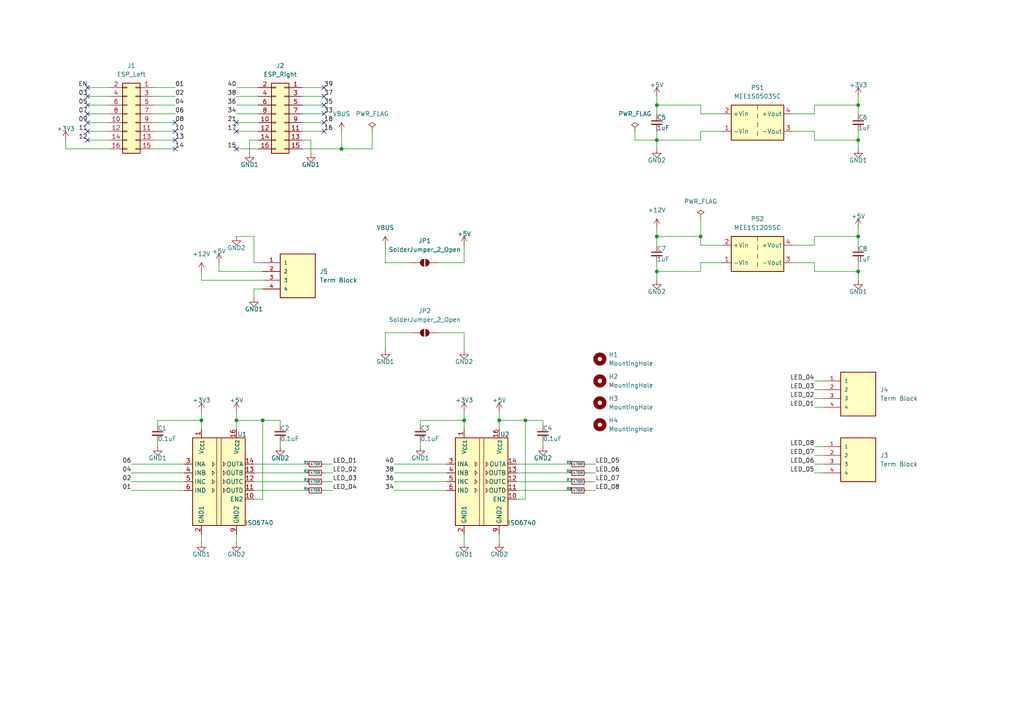
<source format=kicad_sch>
(kicad_sch (version 20231120) (generator "eeschema") (generator_version "8.0")
  (paper "A4")
  (lib_symbols
    (symbol "C_Small_1" (pin_numbers hide) (pin_names (offset 0.254) hide)
      (property "Reference" "C" (at 0.254 1.778 0))
      (property "Value" "C_Small" (at 0.254 -2.032 0))
      (symbol "C_Small_1_0_1"
        (polyline (pts (xy -1.524 -0.508) (xy 1.524 -0.508)) (stroke (width 0.3302)))
        (polyline (pts (xy -1.524 0.508) (xy 1.524 0.508)) (stroke (width 0.3048)))
      )
      (symbol "C_Small_1_1_1"
        (pin passive line (at 0 2.54 270) (length 2.032) (name "~") (number "1"))
        (pin passive line (at 0 -2.54 90) (length 2.032) (name "~") (number "2"))
      )
    )
    (symbol "Connector_Generic:Conn_02x08_Odd_Even" (pin_names (offset 1.016) hide)
      (property "Reference" "J" (at 1.27 10.16 0))
      (property "Value" "Conn_02x08_Odd_Even" (at 1.27 -12.7 0))
      (symbol "Conn_02x08_Odd_Even_1_1"
        (rectangle (start -1.27 -10.033) (end 0 -10.287) (stroke (width 0.1524)))
        (rectangle (start -1.27 -7.493) (end 0 -7.747) (stroke (width 0.1524)))
        (rectangle (start -1.27 -4.953) (end 0 -5.207) (stroke (width 0.1524)))
        (rectangle (start -1.27 -2.413) (end 0 -2.667) (stroke (width 0.1524)))
        (rectangle (start -1.27 0.127) (end 0 -0.127) (stroke (width 0.1524)))
        (rectangle (start -1.27 2.667) (end 0 2.413) (stroke (width 0.1524)))
        (rectangle (start -1.27 5.207) (end 0 4.953) (stroke (width 0.1524)))
        (rectangle (start -1.27 7.747) (end 0 7.493) (stroke (width 0.1524)))
        (rectangle (start -1.27 8.89) (end 3.81 -11.43) (stroke (width 0.254)) (fill (type background)))
        (rectangle (start 3.81 -10.033) (end 2.54 -10.287) (stroke (width 0.1524)))
        (rectangle (start 3.81 -7.493) (end 2.54 -7.747) (stroke (width 0.1524)))
        (rectangle (start 3.81 -4.953) (end 2.54 -5.207) (stroke (width 0.1524)))
        (rectangle (start 3.81 -2.413) (end 2.54 -2.667) (stroke (width 0.1524)))
        (rectangle (start 3.81 0.127) (end 2.54 -0.127) (stroke (width 0.1524)))
        (rectangle (start 3.81 2.667) (end 2.54 2.413) (stroke (width 0.1524)))
        (rectangle (start 3.81 5.207) (end 2.54 4.953) (stroke (width 0.1524)))
        (rectangle (start 3.81 7.747) (end 2.54 7.493) (stroke (width 0.1524)))
        (pin passive line (at -5.08 7.62 0) (length 3.81) (name "Pin_1") (number "1"))
        (pin passive line (at 7.62 -2.54 180) (length 3.81) (name "Pin_10") (number "10"))
        (pin passive line (at -5.08 -5.08 0) (length 3.81) (name "Pin_11") (number "11"))
        (pin passive line (at 7.62 -5.08 180) (length 3.81) (name "Pin_12") (number "12"))
        (pin passive line (at -5.08 -7.62 0) (length 3.81) (name "Pin_13") (number "13"))
        (pin passive line (at 7.62 -7.62 180) (length 3.81) (name "Pin_14") (number "14"))
        (pin passive line (at -5.08 -10.16 0) (length 3.81) (name "Pin_15") (number "15"))
        (pin passive line (at 7.62 -10.16 180) (length 3.81) (name "Pin_16") (number "16"))
        (pin passive line (at 7.62 7.62 180) (length 3.81) (name "Pin_2") (number "2"))
        (pin passive line (at -5.08 5.08 0) (length 3.81) (name "Pin_3") (number "3"))
        (pin passive line (at 7.62 5.08 180) (length 3.81) (name "Pin_4") (number "4"))
        (pin passive line (at -5.08 2.54 0) (length 3.81) (name "Pin_5") (number "5"))
        (pin passive line (at 7.62 2.54 180) (length 3.81) (name "Pin_6") (number "6"))
        (pin passive line (at -5.08 0 0) (length 3.81) (name "Pin_7") (number "7"))
        (pin passive line (at 7.62 0 180) (length 3.81) (name "Pin_8") (number "8"))
        (pin passive line (at -5.08 -2.54 0) (length 3.81) (name "Pin_9") (number "9"))
      )
    )
    (symbol "Converter_DCDC:MEE1S0503SC"
      (property "Reference" "PS" (at -7.62 6.35 0))
      (property "Value" "MEE1S0503SC" (at 1.27 6.35 0))
      (symbol "MEE1S0503SC_0_0"
        (pin power_in line (at -10.16 -2.54 0) (length 2.54) (name "-Vin") (number "1"))
        (pin power_in line (at -10.16 2.54 0) (length 2.54) (name "+Vin") (number "2"))
        (pin power_out line (at 10.16 -2.54 180) (length 2.54) (name "-Vout") (number "3"))
        (pin power_out line (at 10.16 2.54 180) (length 2.54) (name "+Vout") (number "4"))
      )
      (symbol "MEE1S0503SC_0_1"
        (rectangle (start -7.62 5.08) (end 7.62 -5.08) (stroke (width 0.254)) (fill (type background)))
        (polyline (pts (xy 0 -2.54) (xy 0 -3.81)))
        (polyline (pts (xy 0 0) (xy 0 -1.27)))
        (polyline (pts (xy 0 2.54) (xy 0 1.27)))
        (polyline (pts (xy 0 5.08) (xy 0 3.81)))
      )
    )
    (symbol "Converter_DCDC:MEE1S1205SC"
      (property "Reference" "PS" (at -7.62 6.35 0))
      (property "Value" "MEE1S1205SC" (at 1.27 6.35 0))
      (symbol "MEE1S1205SC_0_0"
        (pin power_in line (at -10.16 -2.54 0) (length 2.54) (name "-Vin") (number "1"))
        (pin power_in line (at -10.16 2.54 0) (length 2.54) (name "+Vin") (number "2"))
        (pin power_out line (at 10.16 -2.54 180) (length 2.54) (name "-Vout") (number "3"))
        (pin power_out line (at 10.16 2.54 180) (length 2.54) (name "+Vout") (number "4"))
      )
      (symbol "MEE1S1205SC_0_1"
        (rectangle (start -7.62 5.08) (end 7.62 -5.08) (stroke (width 0.254)) (fill (type background)))
        (polyline (pts (xy 0 -2.54) (xy 0 -3.81)))
        (polyline (pts (xy 0 0) (xy 0 -1.27)))
        (polyline (pts (xy 0 2.54) (xy 0 1.27)))
        (polyline (pts (xy 0 5.08) (xy 0 3.81)))
      )
    )
    (symbol "Device:C_Small" (pin_numbers hide) (pin_names (offset 0.254) hide)
      (property "Reference" "C" (at 0.254 1.778 0))
      (property "Value" "C_Small" (at 0.254 -2.032 0))
      (symbol "C_Small_0_1"
        (polyline (pts (xy -1.524 -0.508) (xy 1.524 -0.508)) (stroke (width 0.3302)))
        (polyline (pts (xy -1.524 0.508) (xy 1.524 0.508)) (stroke (width 0.3048)))
      )
      (symbol "C_Small_1_1"
        (pin passive line (at 0 2.54 270) (length 2.032) (name "~") (number "1"))
        (pin passive line (at 0 -2.54 90) (length 2.032) (name "~") (number "2"))
      )
    )
    (symbol "Device:R_Small" (pin_numbers hide) (pin_names (offset 0.254) hide)
      (property "Reference" "R" (at 0.762 0.508 0))
      (property "Value" "R_Small" (at 0.762 -1.016 0))
      (symbol "R_Small_0_1"
        (rectangle (start -0.762 1.778) (end 0.762 -1.778) (stroke (width 0.2032)))
      )
      (symbol "R_Small_1_1"
        (pin passive line (at 0 2.54 270) (length 0.762) (name "~") (number "1"))
        (pin passive line (at 0 -2.54 90) (length 0.762) (name "~") (number "2"))
      )
    )
    (symbol "Isolator:ISO6740"
      (property "Reference" "U" (at 8.255 14.605 0))
      (property "Value" "ISO6740" (at 8.255 12.065 0))
      (symbol "ISO6740_0_1"
        (rectangle (start -7.62 12.7) (end 7.62 -12.7) (stroke (width 0.254)) (fill (type background)))
        (polyline (pts (xy -0.635 12.7) (xy -0.635 -12.7)))
        (polyline (pts (xy 0.635 12.7) (xy 0.635 -12.7)))
      )
      (symbol "ISO6740_1_1"
        (polyline (pts (xy -1.905 -3.175) (xy -1.27 -2.54) (xy -1.905 -1.905) (xy -1.905 -3.175)))
        (polyline (pts (xy -1.905 -0.635) (xy -1.27 0) (xy -1.905 0.635) (xy -1.905 -0.635)))
        (polyline (pts (xy -1.905 3.175) (xy -1.27 2.54) (xy -1.905 1.905) (xy -1.905 3.175)))
        (polyline (pts (xy -1.905 5.715) (xy -1.27 5.08) (xy -1.905 4.445) (xy -1.905 5.715)))
        (polyline (pts (xy 1.27 -3.175) (xy 1.905 -2.54) (xy 1.27 -1.905) (xy 1.27 -3.175)))
        (polyline (pts (xy 1.27 0.635) (xy 1.905 0) (xy 1.27 -0.635) (xy 1.27 0.635)))
        (polyline (pts (xy 1.27 3.175) (xy 1.905 2.54) (xy 1.27 1.905) (xy 1.27 3.175)))
        (polyline (pts (xy 1.27 5.715) (xy 1.905 5.08) (xy 1.27 4.445) (xy 1.27 5.715)))
        (pin power_in line (at -5.08 15.24 270) (length 2.54) (name "V_{CC1}") (number "1"))
        (pin input line (at 10.16 -5.08 180) (length 2.54) (name "EN2") (number "10"))
        (pin output line (at 10.16 -2.54 180) (length 2.54) (name "OUTD") (number "11"))
        (pin output line (at 10.16 0 180) (length 2.54) (name "OUTC") (number "12"))
        (pin output line (at 10.16 2.54 180) (length 2.54) (name "OUTB") (number "13"))
        (pin output line (at 10.16 5.08 180) (length 2.54) (name "OUTA") (number "14"))
        (pin passive line (at 5.08 -15.24 90) (length 2.54) hide (name "GND2") (number "15"))
        (pin power_in line (at 5.08 15.24 270) (length 2.54) (name "V_{CC2}") (number "16"))
        (pin power_in line (at -5.08 -15.24 90) (length 2.54) (name "GND1") (number "2"))
        (pin input line (at -10.16 5.08 0) (length 2.54) (name "INA") (number "3"))
        (pin input line (at -10.16 2.54 0) (length 2.54) (name "INB") (number "4"))
        (pin input line (at -10.16 0 0) (length 2.54) (name "INC") (number "5"))
        (pin input line (at -10.16 -2.54 0) (length 2.54) (name "IND") (number "6"))
        (pin no_connect line (at -7.62 -5.08 0) (length 2.54) hide (name "NC") (number "7"))
        (pin passive line (at -5.08 -15.24 90) (length 2.54) hide (name "GND1") (number "8"))
        (pin power_in line (at 5.08 -15.24 90) (length 2.54) (name "GND2") (number "9"))
      )
    )
    (symbol "Jumper:SolderJumper_2_Open" (pin_numbers hide) (pin_names (offset 0) hide) (exclude_from_sim yes) (in_bom no)
      (property "Reference" "JP" (at 0 2.032 0))
      (property "Value" "SolderJumper_2_Open" (at 0 -2.54 0))
      (symbol "SolderJumper_2_Open_0_1"
        (arc (start -0.254 1.016) (mid -1.2656 0) (end -0.254 -1.016))
        (arc (start -0.254 1.016) (mid -1.2656 0) (end -0.254 -1.016) (fill (type outline)))
        (polyline (pts (xy -0.254 1.016) (xy -0.254 -1.016)))
        (polyline (pts (xy 0.254 1.016) (xy 0.254 -1.016)))
        (arc (start 0.254 -1.016) (mid 1.2656 0) (end 0.254 1.016))
        (arc (start 0.254 -1.016) (mid 1.2656 0) (end 0.254 1.016) (fill (type outline)))
      )
      (symbol "SolderJumper_2_Open_1_1"
        (pin passive line (at -3.81 0 0) (length 2.54) (name "A") (number "1"))
        (pin passive line (at 3.81 0 180) (length 2.54) (name "B") (number "2"))
      )
    )
    (symbol "Mechanical:MountingHole" (pin_names (offset 1.016)) (exclude_from_sim yes) (in_bom no)
      (property "Reference" "H" (at 0 5.08 0))
      (property "Value" "MountingHole" (at 0 3.175 0))
      (symbol "MountingHole_0_1"
        (circle (center 0 0) (radius 1.27) (stroke (width 1.27)))
      )
    )
    (symbol "TermBlock_PC:1985218" (pin_names (offset 1.016))
      (property "Reference" "J" (at -5.08 8.382 0))
      (property "Value" "1985218" (at -5.08 -7.62 0))
      (symbol "1985218_0_0"
        (rectangle (start -5.08 -5.08) (end 5.08 7.62) (stroke (width 0.254)) (fill (type background)))
        (pin passive line (at -10.16 5.08 0) (length 5.08) (name "1") (number "1"))
        (pin passive line (at -10.16 2.54 0) (length 5.08) (name "2") (number "2"))
        (pin passive line (at -10.16 0 0) (length 5.08) (name "3") (number "3"))
        (pin passive line (at -10.16 -2.54 0) (length 5.08) (name "4") (number "4"))
      )
    )
    (symbol "power:+12V" (power) (pin_numbers hide) (pin_names (offset 0) hide)
      (property "Value" "+12V" (at 0 3.556 0))
      (symbol "+12V_0_1"
        (polyline (pts (xy -0.762 1.27) (xy 0 2.54)))
        (polyline (pts (xy 0 0) (xy 0 2.54)))
        (polyline (pts (xy 0 2.54) (xy 0.762 1.27)))
      )
      (symbol "+12V_1_1"
        (pin power_in line (at 0 0 90) (length 0) (name "~") (number "1"))
      )
    )
    (symbol "power:+3V3" (power) (pin_numbers hide) (pin_names (offset 0) hide)
      (property "Value" "+3V3" (at 0 3.556 0))
      (symbol "+3V3_0_1"
        (polyline (pts (xy -0.762 1.27) (xy 0 2.54)))
        (polyline (pts (xy 0 0) (xy 0 2.54)))
        (polyline (pts (xy 0 2.54) (xy 0.762 1.27)))
      )
      (symbol "+3V3_1_1"
        (pin power_in line (at 0 0 90) (length 0) (name "~") (number "1"))
      )
    )
    (symbol "power:+5V" (power) (pin_numbers hide) (pin_names (offset 0) hide)
      (property "Value" "+5V" (at 0 3.556 0))
      (symbol "+5V_0_1"
        (polyline (pts (xy -0.762 1.27) (xy 0 2.54)))
        (polyline (pts (xy 0 0) (xy 0 2.54)))
        (polyline (pts (xy 0 2.54) (xy 0.762 1.27)))
      )
      (symbol "+5V_1_1"
        (pin power_in line (at 0 0 90) (length 0) (name "~") (number "1"))
      )
    )
    (symbol "power:GND1" (power) (pin_numbers hide) (pin_names (offset 0) hide)
      (property "Value" "GND1" (at 0 -3.81 0))
      (symbol "GND1_0_1"
        (polyline (pts (xy 0 0) (xy 0 -1.27) (xy 1.27 -1.27) (xy 0 -2.54) (xy -1.27 -1.27) (xy 0 -1.27)))
      )
      (symbol "GND1_1_1"
        (pin power_in line (at 0 0 270) (length 0) (name "~") (number "1"))
      )
    )
    (symbol "power:GND2" (power) (pin_numbers hide) (pin_names (offset 0) hide)
      (property "Value" "GND2" (at 0 -3.81 0))
      (symbol "GND2_0_1"
        (polyline (pts (xy 0 0) (xy 0 -1.27) (xy 1.27 -1.27) (xy 0 -2.54) (xy -1.27 -1.27) (xy 0 -1.27)))
      )
      (symbol "GND2_1_1"
        (pin power_in line (at 0 0 270) (length 0) (name "~") (number "1"))
      )
    )
    (symbol "power:PWR_FLAG" (power) (pin_numbers hide) (pin_names (offset 0) hide)
      (property "Value" "PWR_FLAG" (at 0 3.81 0))
      (symbol "PWR_FLAG_0_0"
        (pin power_out line (at 0 0 90) (length 0) (name "~") (number "1"))
      )
      (symbol "PWR_FLAG_0_1"
        (polyline (pts (xy 0 0) (xy 0 1.27) (xy -1.016 1.905) (xy 0 2.54) (xy 1.016 1.905) (xy 0 1.27)))
      )
    )
    (symbol "power:VBUS" (power) (pin_numbers hide) (pin_names (offset 0) hide)
      (property "Value" "VBUS" (at 0 3.556 0))
      (symbol "VBUS_0_1"
        (polyline (pts (xy -0.762 1.27) (xy 0 2.54)))
        (polyline (pts (xy 0 0) (xy 0 2.54)))
        (polyline (pts (xy 0 2.54) (xy 0.762 1.27)))
      )
      (symbol "VBUS_1_1"
        (pin power_in line (at 0 0 90) (length 0) (name "~") (number "1"))
      )
    )
  )
  (junction (at 134.62 121.92))
  (junction (at 58.42 121.92))
  (junction (at 99.06 43.18))
  (junction (at 190.5 40.64))
  (junction (at 248.92 30.48))
  (junction (at 144.78 121.92))
  (junction (at 248.92 78.74))
  (junction (at 68.58 121.92))
  (junction (at 203.2 68.58))
  (junction (at 248.92 40.64))
  (junction (at 190.5 30.48))
  (junction (at 152.4 121.92))
  (junction (at 190.5 68.58))
  (junction (at 76.2 121.92))
  (junction (at 190.5 78.74))
  (junction (at 248.92 68.58))
  (no_connect (at 25.4 30.48))
  (no_connect (at 93.98 30.48))
  (no_connect (at 50.8 35.56))
  (no_connect (at 93.98 38.1))
  (no_connect (at 50.8 43.18))
  (no_connect (at 68.58 38.1))
  (no_connect (at 68.58 35.56))
  (no_connect (at 50.8 40.64))
  (no_connect (at 25.4 25.4))
  (no_connect (at 93.98 33.02))
  (no_connect (at 25.4 35.56))
  (no_connect (at 50.8 38.1))
  (no_connect (at 25.4 27.94))
  (no_connect (at 25.4 40.64))
  (no_connect (at 93.98 27.94))
  (no_connect (at 68.58 43.18))
  (no_connect (at 25.4 38.1))
  (no_connect (at 93.98 25.4))
  (no_connect (at 25.4 33.02))
  (no_connect (at 93.98 35.56))
  (wire (pts (xy 76.2 78.74) (xy 63.5 78.74)))
  (wire (pts (xy 203.2 40.64) (xy 203.2 38.1)))
  (wire (pts (xy 149.86 134.62) (xy 165.1 134.62)))
  (wire (pts (xy 170.18 137.16) (xy 172.72 137.16)))
  (wire (pts (xy 45.72 121.92) (xy 58.42 121.92)))
  (wire (pts (xy 68.58 35.56) (xy 74.93 35.56)))
  (wire (pts (xy 157.48 128.27) (xy 157.48 129.54)))
  (wire (pts (xy 248.92 40.64) (xy 248.92 43.18)))
  (wire (pts (xy 68.58 25.4) (xy 74.93 25.4)))
  (wire (pts (xy 203.2 76.2) (xy 209.55 76.2)))
  (wire (pts (xy 170.18 142.24) (xy 172.72 142.24)))
  (wire (pts (xy 190.5 38.1) (xy 190.5 40.64)))
  (wire (pts (xy 68.58 43.18) (xy 74.93 43.18)))
  (wire (pts (xy 134.62 121.92) (xy 134.62 124.46)))
  (wire (pts (xy 248.92 30.48) (xy 236.22 30.48)))
  (wire (pts (xy 236.22 71.12) (xy 229.87 71.12)))
  (wire (pts (xy 68.58 119.38) (xy 68.58 121.92)))
  (wire (pts (xy 107.95 43.18) (xy 99.06 43.18)))
  (wire (pts (xy 190.5 76.2) (xy 190.5 78.74)))
  (wire (pts (xy 81.28 128.27) (xy 81.28 129.54)))
  (wire (pts (xy 93.98 139.7) (xy 96.52 139.7)))
  (wire (pts (xy 238.76 118.11) (xy 236.22 118.11)))
  (wire (pts (xy 73.66 86.36) (xy 73.66 83.82)))
  (wire (pts (xy 248.92 78.74) (xy 248.92 81.28)))
  (wire (pts (xy 111.76 101.6) (xy 111.76 96.52)))
  (wire (pts (xy 87.63 30.48) (xy 93.98 30.48)))
  (wire (pts (xy 68.58 121.92) (xy 68.58 124.46)))
  (wire (pts (xy 58.42 121.92) (xy 58.42 124.46)))
  (wire (pts (xy 209.55 33.02) (xy 203.2 33.02)))
  (wire (pts (xy 58.42 81.28) (xy 76.2 81.28)))
  (wire (pts (xy 107.95 38.1) (xy 107.95 43.18)))
  (wire (pts (xy 58.42 119.38) (xy 58.42 121.92)))
  (wire (pts (xy 93.98 134.62) (xy 96.52 134.62)))
  (wire (pts (xy 203.2 78.74) (xy 203.2 76.2)))
  (wire (pts (xy 93.98 137.16) (xy 96.52 137.16)))
  (wire (pts (xy 25.4 40.64) (xy 31.75 40.64)))
  (wire (pts (xy 76.2 76.2) (xy 73.66 76.2)))
  (wire (pts (xy 73.66 139.7) (xy 88.9 139.7)))
  (wire (pts (xy 248.92 30.48) (xy 248.92 33.02)))
  (wire (pts (xy 81.28 121.92) (xy 76.2 121.92)))
  (wire (pts (xy 38.1 142.24) (xy 53.34 142.24)))
  (wire (pts (xy 190.5 68.58) (xy 190.5 66.04)))
  (wire (pts (xy 144.78 121.92) (xy 144.78 124.46)))
  (wire (pts (xy 44.45 40.64) (xy 50.8 40.64)))
  (wire (pts (xy 248.92 27.94) (xy 248.92 30.48)))
  (wire (pts (xy 87.63 27.94) (xy 93.98 27.94)))
  (wire (pts (xy 44.45 25.4) (xy 50.8 25.4)))
  (wire (pts (xy 238.76 113.03) (xy 236.22 113.03)))
  (wire (pts (xy 44.45 35.56) (xy 50.8 35.56)))
  (wire (pts (xy 25.4 38.1) (xy 31.75 38.1)))
  (wire (pts (xy 90.17 40.64) (xy 90.17 44.45)))
  (wire (pts (xy 76.2 144.78) (xy 76.2 121.92)))
  (wire (pts (xy 73.66 68.58) (xy 73.66 76.2)))
  (wire (pts (xy 134.62 96.52) (xy 134.62 101.6)))
  (wire (pts (xy 203.2 68.58) (xy 190.5 68.58)))
  (wire (pts (xy 45.72 128.27) (xy 45.72 129.54)))
  (wire (pts (xy 25.4 33.02) (xy 31.75 33.02)))
  (wire (pts (xy 238.76 137.16) (xy 236.22 137.16)))
  (wire (pts (xy 38.1 134.62) (xy 53.34 134.62)))
  (wire (pts (xy 93.98 142.24) (xy 96.52 142.24)))
  (wire (pts (xy 236.22 38.1) (xy 229.87 38.1)))
  (wire (pts (xy 144.78 119.38) (xy 144.78 121.92)))
  (wire (pts (xy 45.72 123.19) (xy 45.72 121.92)))
  (wire (pts (xy 149.86 139.7) (xy 165.1 139.7)))
  (wire (pts (xy 44.45 38.1) (xy 50.8 38.1)))
  (wire (pts (xy 114.3 142.24) (xy 129.54 142.24)))
  (wire (pts (xy 111.76 76.2) (xy 111.76 71.12)))
  (wire (pts (xy 134.62 96.52) (xy 127 96.52)))
  (wire (pts (xy 203.2 30.48) (xy 190.5 30.48)))
  (wire (pts (xy 184.15 38.1) (xy 184.15 40.64)))
  (wire (pts (xy 87.63 33.02) (xy 93.98 33.02)))
  (wire (pts (xy 248.92 78.74) (xy 236.22 78.74)))
  (wire (pts (xy 73.66 83.82) (xy 76.2 83.82)))
  (wire (pts (xy 149.86 142.24) (xy 165.1 142.24)))
  (wire (pts (xy 68.58 38.1) (xy 74.93 38.1)))
  (wire (pts (xy 170.18 139.7) (xy 172.72 139.7)))
  (wire (pts (xy 68.58 27.94) (xy 74.93 27.94)))
  (wire (pts (xy 134.62 154.94) (xy 134.62 157.48)))
  (wire (pts (xy 248.92 66.04) (xy 248.92 68.58)))
  (wire (pts (xy 99.06 43.18) (xy 99.06 38.1)))
  (wire (pts (xy 25.4 25.4) (xy 31.75 25.4)))
  (wire (pts (xy 44.45 27.94) (xy 50.8 27.94)))
  (wire (pts (xy 203.2 38.1) (xy 209.55 38.1)))
  (wire (pts (xy 38.1 139.7) (xy 53.34 139.7)))
  (wire (pts (xy 236.22 68.58) (xy 236.22 71.12)))
  (wire (pts (xy 74.93 40.64) (xy 72.39 40.64)))
  (wire (pts (xy 121.92 123.19) (xy 121.92 121.92)))
  (wire (pts (xy 63.5 78.74) (xy 63.5 76.2)))
  (wire (pts (xy 238.76 134.62) (xy 236.22 134.62)))
  (wire (pts (xy 149.86 137.16) (xy 165.1 137.16)))
  (wire (pts (xy 149.86 144.78) (xy 152.4 144.78)))
  (wire (pts (xy 190.5 81.28) (xy 190.5 78.74)))
  (wire (pts (xy 134.62 71.12) (xy 134.62 76.2)))
  (wire (pts (xy 157.48 121.92) (xy 152.4 121.92)))
  (wire (pts (xy 190.5 30.48) (xy 190.5 27.94)))
  (wire (pts (xy 236.22 78.74) (xy 236.22 76.2)))
  (wire (pts (xy 87.63 25.4) (xy 93.98 25.4)))
  (wire (pts (xy 238.76 129.54) (xy 236.22 129.54)))
  (wire (pts (xy 236.22 33.02) (xy 229.87 33.02)))
  (wire (pts (xy 73.66 144.78) (xy 76.2 144.78)))
  (wire (pts (xy 170.18 134.62) (xy 172.72 134.62)))
  (wire (pts (xy 68.58 30.48) (xy 74.93 30.48)))
  (wire (pts (xy 111.76 76.2) (xy 119.38 76.2)))
  (wire (pts (xy 87.63 43.18) (xy 99.06 43.18)))
  (wire (pts (xy 68.58 68.58) (xy 73.66 68.58)))
  (wire (pts (xy 58.42 154.94) (xy 58.42 157.48)))
  (wire (pts (xy 25.4 27.94) (xy 31.75 27.94)))
  (wire (pts (xy 190.5 78.74) (xy 203.2 78.74)))
  (wire (pts (xy 238.76 115.57) (xy 236.22 115.57)))
  (wire (pts (xy 25.4 30.48) (xy 31.75 30.48)))
  (wire (pts (xy 238.76 132.08) (xy 236.22 132.08)))
  (wire (pts (xy 87.63 38.1) (xy 93.98 38.1)))
  (wire (pts (xy 248.92 68.58) (xy 236.22 68.58)))
  (wire (pts (xy 248.92 38.1) (xy 248.92 40.64)))
  (wire (pts (xy 238.76 110.49) (xy 236.22 110.49)))
  (wire (pts (xy 203.2 33.02) (xy 203.2 30.48)))
  (wire (pts (xy 76.2 121.92) (xy 68.58 121.92)))
  (wire (pts (xy 190.5 68.58) (xy 190.5 71.12)))
  (wire (pts (xy 203.2 63.5) (xy 203.2 68.58)))
  (wire (pts (xy 58.42 78.74) (xy 58.42 81.28)))
  (wire (pts (xy 114.3 134.62) (xy 129.54 134.62)))
  (wire (pts (xy 134.62 119.38) (xy 134.62 121.92)))
  (wire (pts (xy 209.55 71.12) (xy 203.2 71.12)))
  (wire (pts (xy 114.3 137.16) (xy 129.54 137.16)))
  (wire (pts (xy 121.92 128.27) (xy 121.92 129.54)))
  (wire (pts (xy 72.39 40.64) (xy 72.39 44.45)))
  (wire (pts (xy 87.63 35.56) (xy 93.98 35.56)))
  (wire (pts (xy 111.76 96.52) (xy 119.38 96.52)))
  (wire (pts (xy 184.15 40.64) (xy 190.5 40.64)))
  (wire (pts (xy 248.92 68.58) (xy 248.92 71.12)))
  (wire (pts (xy 248.92 40.64) (xy 236.22 40.64)))
  (wire (pts (xy 248.92 76.2) (xy 248.92 78.74)))
  (wire (pts (xy 44.45 33.02) (xy 50.8 33.02)))
  (wire (pts (xy 38.1 137.16) (xy 53.34 137.16)))
  (wire (pts (xy 87.63 40.64) (xy 90.17 40.64)))
  (wire (pts (xy 236.22 30.48) (xy 236.22 33.02)))
  (wire (pts (xy 68.58 33.02) (xy 74.93 33.02)))
  (wire (pts (xy 121.92 121.92) (xy 134.62 121.92)))
  (wire (pts (xy 73.66 137.16) (xy 88.9 137.16)))
  (wire (pts (xy 236.22 76.2) (xy 229.87 76.2)))
  (wire (pts (xy 44.45 43.18) (xy 50.8 43.18)))
  (wire (pts (xy 73.66 134.62) (xy 88.9 134.62)))
  (wire (pts (xy 157.48 123.19) (xy 157.48 121.92)))
  (wire (pts (xy 190.5 40.64) (xy 203.2 40.64)))
  (wire (pts (xy 25.4 35.56) (xy 31.75 35.56)))
  (wire (pts (xy 44.45 30.48) (xy 50.8 30.48)))
  (wire (pts (xy 144.78 154.94) (xy 144.78 157.48)))
  (wire (pts (xy 152.4 144.78) (xy 152.4 121.92)))
  (wire (pts (xy 236.22 40.64) (xy 236.22 38.1)))
  (wire (pts (xy 203.2 71.12) (xy 203.2 68.58)))
  (wire (pts (xy 190.5 30.48) (xy 190.5 33.02)))
  (wire (pts (xy 114.3 139.7) (xy 129.54 139.7)))
  (wire (pts (xy 19.05 43.18) (xy 31.75 43.18)))
  (wire (pts (xy 152.4 121.92) (xy 144.78 121.92)))
  (wire (pts (xy 190.5 43.18) (xy 190.5 40.64)))
  (wire (pts (xy 73.66 142.24) (xy 88.9 142.24)))
  (wire (pts (xy 68.58 154.94) (xy 68.58 157.48)))
  (wire (pts (xy 134.62 76.2) (xy 127 76.2)))
  (wire (pts (xy 81.28 123.19) (xy 81.28 121.92)))
  (wire (pts (xy 19.05 40.64) (xy 19.05 43.18)))
  (label "17" (at 68.58 38.1 180))
  (label "LED_05" (at 172.72 134.62 0))
  (label "37" (at 93.98 27.94 0))
  (label "LED_03" (at 236.22 113.03 180))
  (label "36" (at 68.58 30.48 180))
  (label "LED_06" (at 172.72 137.16 0))
  (label "LED_01" (at 96.52 134.62 0))
  (label "09" (at 25.4 35.56 180))
  (label "15" (at 68.58 43.18 180))
  (label "38" (at 114.3 137.16 180))
  (label "LED_07" (at 172.72 139.7 0))
  (label "01" (at 50.8 25.4 0))
  (label "02" (at 50.8 27.94 0))
  (label "LED_08" (at 172.72 142.24 0))
  (label "33" (at 93.98 33.02 0))
  (label "16" (at 93.98 38.1 0))
  (label "06" (at 50.8 33.02 0))
  (label "LED_03" (at 96.52 139.7 0))
  (label "LED_04" (at 96.52 142.24 0))
  (label "LED_02" (at 236.22 115.57 180))
  (label "06" (at 38.1 134.62 180))
  (label "39" (at 93.98 25.4 0))
  (label "13" (at 50.8 40.64 0))
  (label "LED_08" (at 236.22 129.54 180))
  (label "11" (at 25.4 38.1 180))
  (label "12" (at 25.4 40.64 180))
  (label "10" (at 50.8 38.1 0))
  (label "08" (at 50.8 35.56 0))
  (label "LED_07" (at 236.22 132.08 180))
  (label "EN" (at 25.4 25.4 180))
  (label "LED_01" (at 236.22 118.11 180))
  (label "35" (at 93.98 30.48 0))
  (label "36" (at 114.3 139.7 180))
  (label "21" (at 68.58 35.56 180))
  (label "LED_04" (at 236.22 110.49 180))
  (label "34" (at 114.3 142.24 180))
  (label "03" (at 25.4 27.94 180))
  (label "LED_05" (at 236.22 137.16 180))
  (label "38" (at 68.58 27.94 180))
  (label "40" (at 114.3 134.62 180))
  (label "01" (at 38.1 142.24 180))
  (label "34" (at 68.58 33.02 180))
  (label "40" (at 68.58 25.4 180))
  (label "05" (at 25.4 30.48 180))
  (label "02" (at 38.1 139.7 180))
  (label "LED_02" (at 96.52 137.16 0))
  (label "14" (at 50.8 43.18 0))
  (label "18" (at 93.98 35.56 0))
  (label "04" (at 50.8 30.48 0))
  (label "07" (at 25.4 33.02 180))
  (label "04" (at 38.1 137.16 180))
  (label "LED_06" (at 236.22 134.62 180))
  (symbol (lib_id "Device:R_Small") (at 91.44 142.24 90) (unit 1)
    (property "Reference" "R4" (at 88.9 141.732 90) (effects (font (size 0.75 0.75))))
    (property "Value" "470R" (at 91.44 142.24 90) (effects (font (size 0.75 0.75))))
    (property "Footprint" "Resistor_SMD:R_0603_1608Metric" (effects (hide yes)))
    (property "Datasheet" "https://www.yageo.com/upload/media/product/products/datasheet/rchip/PYu-RC_Group_51_RoHS_L_12.pdf" (effects (hide yes)))
    (property "Description" "Resistor, small symbol" (effects (hide yes)))
    (property "Part Nr." "RC0603JR-07470RL" (effects (hide yes)))
  )
  (symbol (lib_id "power:GND2") (at 190.5 43.18 0) (unit 1)
    (property "Reference" "#PWR018" (effects (hide yes)))
    (property "Value" "GND2" (at 190.5 46.482 0))
    (property "Description" "Power symbol creates a global label with name \"GND2\" , ground" (effects (hide yes)))
  )
  (symbol (lib_id "Device:C_Small") (at 190.5 35.56 0) (unit 1)
    (property "Reference" "C5" (at 190.5 34.036 0) (effects (justify left)))
    (property "Value" "1uF" (at 190.5 37.084 0) (effects (justify left)))
    (property "Footprint" "Capacitor_SMD:C_0603_1608Metric" (effects (hide yes)))
    (property "Datasheet" "https://mm.digikey.com/Volume0/opasdata/d220001/medias/docus/658/CL10A105KB8NNNC_Spec.pdf" (effects (hide yes)))
    (property "Description" "Unpolarized capacitor, small symbol" (effects (hide yes)))
    (property "Part Nr." "CL10A105KB8NNNC" (effects (hide yes)))
  )
  (symbol (lib_id "power:VBUS") (at 99.06 38.1 0) (unit 1)
    (property "Reference" "#PWR04" (effects (hide yes)))
    (property "Value" "VBUS" (at 99.06 33.02 0))
    (property "Description" "Power symbol creates a global label with name \"VBUS\"" (effects (hide yes)))
  )
  (symbol (lib_id "power:+5V") (at 134.62 71.12 0) (unit 1)
    (property "Reference" "#PWR026" (effects (hide yes)))
    (property "Value" "+5V" (at 134.62 67.818 0))
    (property "Description" "Power symbol creates a global label with name \"+5V\"" (effects (hide yes)))
  )
  (symbol (lib_id "Mechanical:MountingHole") (at 173.99 123.19 0) (unit 1) (exclude_from_sim yes) (in_bom no)
    (property "Reference" "H4" (at 176.53 121.9199 0) (effects (justify left)))
    (property "Value" "MountingHole" (at 176.53 124.4599 0) (effects (justify left)))
    (property "Footprint" "MountingHole:MountingHole_4.3mm_M4" (effects (hide yes)))
    (property "Description" "Mounting Hole without connection" (effects (hide yes)))
  )
  (symbol (lib_id "power:GND1") (at 111.76 101.6 0) (unit 1)
    (property "Reference" "#PWR030" (effects (hide yes)))
    (property "Value" "GND1" (at 111.76 104.902 0))
    (property "Description" "Power symbol creates a global label with name \"GND1\" , ground" (effects (hide yes)))
  )
  (symbol (lib_id "power:GND1") (at 58.42 157.48 0) (unit 1)
    (property "Reference" "#PWR06" (effects (hide yes)))
    (property "Value" "GND1" (at 58.42 160.782 0))
    (property "Description" "Power symbol creates a global label with name \"GND1\" , ground" (effects (hide yes)))
  )
  (symbol (lib_id "Connector_Generic:Conn_02x08_Odd_Even") (at 39.37 33.02 0) (mirror y) (unit 1)
    (property "Reference" "J1" (at 38.1 19.05 0))
    (property "Value" "ESP_Left" (at 38.1 21.59 0))
    (property "Footprint" "Connector_PinSocket_2.54mm:PinSocket_2x08_P2.54mm_Vertical" (effects (hide yes)))
    (property "Description" "Generic connector, double row, 02x08, odd/even pin numbering scheme (row 1 odd numbers, row 2 even numbers), script generated (kicad-library-utils/schlib/autogen/connector/)" (effects (hide yes)))
  )
  (symbol (lib_id "power:PWR_FLAG") (at 107.95 38.1 0) (unit 1)
    (property "Reference" "#FLG01" (effects (hide yes)))
    (property "Value" "PWR_FLAG" (at 107.95 33.02 0))
    (property "Description" "Special symbol for telling ERC where power comes from" (effects (hide yes)))
  )
  (symbol (lib_id "power:+5V") (at 190.5 27.94 0) (unit 1)
    (property "Reference" "#PWR017" (effects (hide yes)))
    (property "Value" "+5V" (at 190.5 24.638 0))
    (property "Description" "Power symbol creates a global label with name \"+5V\"" (effects (hide yes)))
  )
  (symbol (lib_id "Mechanical:MountingHole") (at 173.99 110.49 0) (unit 1) (exclude_from_sim yes) (in_bom no)
    (property "Reference" "H2" (at 176.53 109.2199 0) (effects (justify left)))
    (property "Value" "MountingHole" (at 176.53 111.7599 0) (effects (justify left)))
    (property "Footprint" "MountingHole:MountingHole_4.3mm_M4" (effects (hide yes)))
    (property "Description" "Mounting Hole without connection" (effects (hide yes)))
  )
  (symbol (lib_id "power:+3V3") (at 19.05 40.64 0) (unit 1)
    (property "Reference" "#PWR01" (effects (hide yes)))
    (property "Value" "+3V3" (at 19.05 37.338 0))
    (property "Description" "Power symbol creates a global label with name \"+3V3\"" (effects (hide yes)))
  )
  (symbol (lib_id "Jumper:SolderJumper_2_Open") (at 123.19 96.52 0) (unit 1) (exclude_from_sim yes) (in_bom no)
    (property "Reference" "JP2" (at 123.19 90.17 0))
    (property "Value" "SolderJumper_2_Open" (at 123.19 92.71 0))
    (property "Footprint" "Jumper:SolderJumper-2_P1.3mm_Open_RoundedPad1.0x1.5mm" (effects (hide yes)))
    (property "Description" "Solder Jumper, 2-pole, open" (effects (hide yes)))
  )
  (symbol (lib_id "TermBlock_PC:1985218") (at 248.92 115.57 0) (unit 1)
    (property "Reference" "J4" (at 255.27 113.0299 0) (effects (justify left)))
    (property "Value" "Term Block" (at 255.27 115.5699 0) (effects (justify left)))
    (property "Footprint" "addons:TE_1985218" (effects (hide yes)))
    (property "PARTREV" "29.03.2021" (effects (hide yes)))
    (property "STANDARD" "Manufacturer Recommendations" (effects (hide yes)))
    (property "MAXIMUM_PACKAGE_HEIGHT" "13.1mm" (effects (hide yes)))
    (property "MANUFACTURER" "TE Connectivity" (effects (hide yes)))
  )
  (symbol (lib_id "power:GND2") (at 68.58 157.48 0) (unit 1)
    (property "Reference" "#PWR05" (effects (hide yes)))
    (property "Value" "GND2" (at 68.58 160.782 0))
    (property "Description" "Power symbol creates a global label with name \"GND2\" , ground" (effects (hide yes)))
  )
  (symbol (lib_id "power:+12V") (at 58.42 78.74 0) (unit 1)
    (property "Reference" "#PWR028" (effects (hide yes)))
    (property "Value" "+12V" (at 58.42 73.66 0))
    (property "Description" "Power symbol creates a global label with name \"+12V\"" (effects (hide yes)))
  )
  (symbol (lib_id "Device:C_Small") (at 157.48 125.73 0) (unit 1)
    (property "Reference" "C4" (at 157.48 124.206 0) (effects (justify left)))
    (property "Value" "0.1uF" (at 157.48 127.254 0) (effects (justify left)))
    (property "Footprint" "Capacitor_SMD:C_0603_1608Metric" (effects (hide yes)))
    (property "Datasheet" "https://mm.digikey.com/Volume0/opasdata/d220001/medias/docus/609/CL10B104KB8NNNC_Spec.pdf" (effects (hide yes)))
    (property "Description" "Unpolarized capacitor, small symbol" (effects (hide yes)))
    (property "Part Nr." "CL10B104KB8NNNC" (effects (hide yes)))
  )
  (symbol (lib_id "Isolator:ISO6740") (at 139.7 139.7 0) (unit 1)
    (property "Reference" "U2" (at 145.034 125.984 0) (effects (justify left)))
    (property "Value" "ISO6740" (at 147.32 151.638 0) (effects (justify left)))
    (property "Footprint" "Package_SO:SOIC-16W_7.5x10.3mm_P1.27mm" (effects (hide yes)))
    (property "Datasheet" "https://www.ti.com/lit/ds/symlink/iso6740.pdf" (effects (hide yes)))
    (property "Description" "General-purpose, quad-channel, 4/0 digital isolator" (effects (hide yes)))
    (property "Part Nr." "ISO6740FDWR" (effects (hide yes)))
  )
  (symbol (lib_id "TermBlock_PC:1985218") (at 248.92 134.62 0) (unit 1)
    (property "Reference" "J3" (at 255.27 132.0799 0) (effects (justify left)))
    (property "Value" "Term Block" (at 255.27 134.6199 0) (effects (justify left)))
    (property "Footprint" "addons:TE_1985218" (effects (hide yes)))
    (property "PARTREV" "29.03.2021" (effects (hide yes)))
    (property "STANDARD" "Manufacturer Recommendations" (effects (hide yes)))
    (property "MAXIMUM_PACKAGE_HEIGHT" "13.1mm" (effects (hide yes)))
    (property "MANUFACTURER" "TE Connectivity" (effects (hide yes)))
  )
  (symbol (lib_id "Device:R_Small") (at 167.64 137.16 90) (unit 1)
    (property "Reference" "R6" (at 165.1 136.652 90) (effects (font (size 0.75 0.75))))
    (property "Value" "470R" (at 167.64 137.16 90) (effects (font (size 0.75 0.75))))
    (property "Footprint" "Resistor_SMD:R_0603_1608Metric" (effects (hide yes)))
    (property "Datasheet" "https://www.yageo.com/upload/media/product/products/datasheet/rchip/PYu-RC_Group_51_RoHS_L_12.pdf" (effects (hide yes)))
    (property "Description" "Resistor, small symbol" (effects (hide yes)))
    (property "Part Nr." "RC0603JR-07470RL" (effects (hide yes)))
  )
  (symbol (lib_id "power:VBUS") (at 111.76 71.12 0) (unit 1)
    (property "Reference" "#PWR025" (effects (hide yes)))
    (property "Value" "VBUS" (at 111.76 66.04 0))
    (property "Description" "Power symbol creates a global label with name \"VBUS\"" (effects (hide yes)))
  )
  (symbol (lib_id "power:GND1") (at 45.72 129.54 0) (unit 1)
    (property "Reference" "#PWR09" (effects (hide yes)))
    (property "Value" "GND1" (at 45.72 132.842 0))
    (property "Description" "Power symbol creates a global label with name \"GND1\" , ground" (effects (hide yes)))
  )
  (symbol (lib_id "Mechanical:MountingHole") (at 173.99 104.14 0) (unit 1) (exclude_from_sim yes) (in_bom no)
    (property "Reference" "H1" (at 176.53 102.8699 0) (effects (justify left)))
    (property "Value" "MountingHole" (at 176.53 105.4099 0) (effects (justify left)))
    (property "Footprint" "MountingHole:MountingHole_4.3mm_M4" (effects (hide yes)))
    (property "Description" "Mounting Hole without connection" (effects (hide yes)))
  )
  (symbol (lib_id "power:PWR_FLAG") (at 184.15 38.1 0) (unit 1)
    (property "Reference" "#FLG03" (effects (hide yes)))
    (property "Value" "PWR_FLAG" (at 184.15 33.02 0))
    (property "Description" "Special symbol for telling ERC where power comes from" (effects (hide yes)))
  )
  (symbol (lib_id "Mechanical:MountingHole") (at 173.99 116.84 0) (unit 1) (exclude_from_sim yes) (in_bom no)
    (property "Reference" "H3" (at 176.53 115.5699 0) (effects (justify left)))
    (property "Value" "MountingHole" (at 176.53 118.1099 0) (effects (justify left)))
    (property "Footprint" "MountingHole:MountingHole_4.3mm_M4" (effects (hide yes)))
    (property "Description" "Mounting Hole without connection" (effects (hide yes)))
  )
  (symbol (lib_id "power:+3V3") (at 58.42 119.38 0) (unit 1)
    (property "Reference" "#PWR07" (effects (hide yes)))
    (property "Value" "+3V3" (at 58.42 116.078 0))
    (property "Description" "Power symbol creates a global label with name \"+3V3\"" (effects (hide yes)))
  )
  (symbol (lib_id "Device:R_Small") (at 91.44 139.7 90) (unit 1)
    (property "Reference" "R3" (at 88.9 139.192 90) (effects (font (size 0.75 0.75))))
    (property "Value" "470R" (at 91.44 139.7 90) (effects (font (size 0.75 0.75))))
    (property "Footprint" "Resistor_SMD:R_0603_1608Metric" (effects (hide yes)))
    (property "Datasheet" "https://www.yageo.com/upload/media/product/products/datasheet/rchip/PYu-RC_Group_51_RoHS_L_12.pdf" (effects (hide yes)))
    (property "Description" "Resistor, small symbol" (effects (hide yes)))
    (property "Part Nr." "RC0603JR-07470RL" (effects (hide yes)))
  )
  (symbol (lib_name "C_Small_1") (lib_id "Device:C_Small") (at 45.72 125.73 0) (unit 1)
    (property "Reference" "C1" (at 45.72 124.206 0) (effects (justify left)))
    (property "Value" "0.1uF" (at 45.72 127.254 0) (effects (justify left)))
    (property "Footprint" "Capacitor_SMD:C_0603_1608Metric" (effects (hide yes)))
    (property "Datasheet" "https://mm.digikey.com/Volume0/opasdata/d220001/medias/docus/609/CL10B104KB8NNNC_Spec.pdf" (effects (hide yes)))
    (property "Description" "Unpolarized capacitor, small symbol" (effects (hide yes)))
    (property "Part Nr." "CL10B104KB8NNNC" (effects (hide yes)))
  )
  (symbol (lib_id "Device:R_Small") (at 91.44 137.16 90) (unit 1)
    (property "Reference" "R2" (at 88.9 136.652 90) (effects (font (size 0.75 0.75))))
    (property "Value" "470R" (at 91.44 137.16 90) (effects (font (size 0.75 0.75))))
    (property "Footprint" "Resistor_SMD:R_0603_1608Metric" (effects (hide yes)))
    (property "Datasheet" "https://www.yageo.com/upload/media/product/products/datasheet/rchip/PYu-RC_Group_51_RoHS_L_12.pdf" (effects (hide yes)))
    (property "Description" "Resistor, small symbol" (effects (hide yes)))
    (property "Part Nr." "RC0603JR-07470RL" (effects (hide yes)))
  )
  (symbol (lib_id "power:GND2") (at 134.62 101.6 0) (unit 1)
    (property "Reference" "#PWR031" (effects (hide yes)))
    (property "Value" "GND2" (at 134.62 104.902 0))
    (property "Description" "Power symbol creates a global label with name \"GND2\" , ground" (effects (hide yes)))
  )
  (symbol (lib_id "power:GND1") (at 248.92 43.18 0) (unit 1)
    (property "Reference" "#PWR020" (effects (hide yes)))
    (property "Value" "GND1" (at 248.92 46.482 0))
    (property "Description" "Power symbol creates a global label with name \"GND1\" , ground" (effects (hide yes)))
  )
  (symbol (lib_id "Converter_DCDC:MEE1S1205SC") (at 219.71 73.66 0) (unit 1)
    (property "Reference" "PS2" (at 219.71 63.5 0))
    (property "Value" "MEE1S1205SC" (at 219.71 66.04 0))
    (property "Footprint" "Converter_DCDC:Converter_DCDC_Murata_MEE1SxxxxSC_THT" (effects (hide yes)))
    (property "Datasheet" "https://power.murata.com/pub/data/power/ncl/kdc_mee1.pdf" (effects (hide yes)))
    (property "Description" "1W, 1000 VDC isolated DC/DC converter, 12V input, 5V output, SIP" (effects (hide yes)))
  )
  (symbol (lib_id "Device:R_Small") (at 167.64 134.62 90) (unit 1)
    (property "Reference" "R5" (at 165.1 134.112 90) (effects (font (size 0.75 0.75))))
    (property "Value" "470R" (at 167.64 134.62 90) (effects (font (size 0.75 0.75))))
    (property "Footprint" "Resistor_SMD:R_0603_1608Metric" (effects (hide yes)))
    (property "Datasheet" "https://www.yageo.com/upload/media/product/products/datasheet/rchip/PYu-RC_Group_51_RoHS_L_12.pdf" (effects (hide yes)))
    (property "Description" "Resistor, small symbol" (effects (hide yes)))
    (property "Part Nr." "RC0603JR-07470RL" (effects (hide yes)))
  )
  (symbol (lib_id "Device:R_Small") (at 167.64 139.7 90) (unit 1)
    (property "Reference" "R7" (at 165.1 139.192 90) (effects (font (size 0.75 0.75))))
    (property "Value" "470R" (at 167.64 139.7 90) (effects (font (size 0.75 0.75))))
    (property "Footprint" "Resistor_SMD:R_0603_1608Metric" (effects (hide yes)))
    (property "Datasheet" "https://www.yageo.com/upload/media/product/products/datasheet/rchip/PYu-RC_Group_51_RoHS_L_12.pdf" (effects (hide yes)))
    (property "Description" "Resistor, small symbol" (effects (hide yes)))
    (property "Part Nr." "RC0603JR-07470RL" (effects (hide yes)))
  )
  (symbol (lib_id "Device:C_Small") (at 190.5 73.66 0) (unit 1)
    (property "Reference" "C7" (at 190.5 72.136 0) (effects (justify left)))
    (property "Value" "1uF" (at 190.5 75.184 0) (effects (justify left)))
    (property "Footprint" "Capacitor_SMD:C_0603_1608Metric" (effects (hide yes)))
    (property "Datasheet" "https://mm.digikey.com/Volume0/opasdata/d220001/medias/docus/658/CL10A105KB8NNNC_Spec.pdf" (effects (hide yes)))
    (property "Description" "Unpolarized capacitor, small symbol" (effects (hide yes)))
    (property "Part Nr." "CL10A105KB8NNNC" (effects (hide yes)))
  )
  (symbol (lib_name "C_Small_1") (lib_id "Device:C_Small") (at 121.92 125.73 0) (unit 1)
    (property "Reference" "C3" (at 121.92 124.206 0) (effects (justify left)))
    (property "Value" "0.1uF" (at 121.92 127.254 0) (effects (justify left)))
    (property "Footprint" "Capacitor_SMD:C_0603_1608Metric" (effects (hide yes)))
    (property "Datasheet" "https://mm.digikey.com/Volume0/opasdata/d220001/medias/docus/609/CL10B104KB8NNNC_Spec.pdf" (effects (hide yes)))
    (property "Description" "Unpolarized capacitor, small symbol" (effects (hide yes)))
    (property "Part Nr." "CL10B104KB8NNNC" (effects (hide yes)))
  )
  (symbol (lib_id "power:GND1") (at 248.92 81.28 0) (unit 1)
    (property "Reference" "#PWR024" (effects (hide yes)))
    (property "Value" "GND1" (at 248.92 84.582 0))
    (property "Description" "Power symbol creates a global label with name \"GND1\" , ground" (effects (hide yes)))
  )
  (symbol (lib_id "power:GND1") (at 134.62 157.48 0) (unit 1)
    (property "Reference" "#PWR013" (effects (hide yes)))
    (property "Value" "GND1" (at 134.62 160.782 0))
    (property "Description" "Power symbol creates a global label with name \"GND1\" , ground" (effects (hide yes)))
  )
  (symbol (lib_id "Device:R_Small") (at 91.44 134.62 90) (unit 1)
    (property "Reference" "R1" (at 88.9 134.112 90) (effects (font (size 0.75 0.75))))
    (property "Value" "470R" (at 91.44 134.62 90) (effects (font (size 0.75 0.75))))
    (property "Footprint" "Resistor_SMD:R_0603_1608Metric" (effects (hide yes)))
    (property "Datasheet" "https://www.yageo.com/upload/media/product/products/datasheet/rchip/PYu-RC_Group_51_RoHS_L_12.pdf" (effects (hide yes)))
    (property "Description" "Resistor, small symbol" (effects (hide yes)))
    (property "Part Nr." "RC0603JR-07470RL" (effects (hide yes)))
  )
  (symbol (lib_id "Isolator:ISO6740") (at 63.5 139.7 0) (unit 1)
    (property "Reference" "U1" (at 68.834 125.984 0) (effects (justify left)))
    (property "Value" "ISO6740" (at 71.12 151.638 0) (effects (justify left)))
    (property "Footprint" "Package_SO:SOIC-16W_7.5x10.3mm_P1.27mm" (effects (hide yes)))
    (property "Datasheet" "https://www.ti.com/lit/ds/symlink/iso6740.pdf" (effects (hide yes)))
    (property "Description" "General-purpose, quad-channel, 4/0 digital isolator" (effects (hide yes)))
    (property "Part Nr." "ISO6740FDWR" (effects (hide yes)))
  )
  (symbol (lib_id "Device:C_Small") (at 248.92 73.66 0) (unit 1)
    (property "Reference" "C8" (at 248.92 72.136 0) (effects (justify left)))
    (property "Value" "1uF" (at 248.92 75.184 0) (effects (justify left)))
    (property "Footprint" "Capacitor_SMD:C_0603_1608Metric" (effects (hide yes)))
    (property "Datasheet" "https://mm.digikey.com/Volume0/opasdata/d220001/medias/docus/658/CL10A105KB8NNNC_Spec.pdf" (effects (hide yes)))
    (property "Description" "Unpolarized capacitor, small symbol" (effects (hide yes)))
    (property "Part Nr." "CL10A105KB8NNNC" (effects (hide yes)))
  )
  (symbol (lib_id "power:+12V") (at 190.5 66.04 0) (unit 1)
    (property "Reference" "#PWR023" (effects (hide yes)))
    (property "Value" "+12V" (at 190.5 60.96 0))
    (property "Description" "Power symbol creates a global label with name \"+12V\"" (effects (hide yes)))
  )
  (symbol (lib_id "power:GND2") (at 144.78 157.48 0) (unit 1)
    (property "Reference" "#PWR015" (effects (hide yes)))
    (property "Value" "GND2" (at 144.78 160.782 0))
    (property "Description" "Power symbol creates a global label with name \"GND2\" , ground" (effects (hide yes)))
  )
  (symbol (lib_id "power:GND2") (at 68.58 68.58 0) (unit 1)
    (property "Reference" "#PWR032" (effects (hide yes)))
    (property "Value" "GND2" (at 68.58 71.882 0))
    (property "Description" "Power symbol creates a global label with name \"GND2\" , ground" (effects (hide yes)))
  )
  (symbol (lib_id "power:+5V") (at 63.5 76.2 0) (unit 1)
    (property "Reference" "#PWR027" (effects (hide yes)))
    (property "Value" "+5V" (at 63.5 72.898 0))
    (property "Description" "Power symbol creates a global label with name \"+5V\"" (effects (hide yes)))
  )
  (symbol (lib_id "Device:C_Small") (at 81.28 125.73 0) (unit 1)
    (property "Reference" "C2" (at 81.28 124.206 0) (effects (justify left)))
    (property "Value" "0.1uF" (at 81.28 127.254 0) (effects (justify left)))
    (property "Footprint" "Capacitor_SMD:C_0603_1608Metric" (effects (hide yes)))
    (property "Datasheet" "https://mm.digikey.com/Volume0/opasdata/d220001/medias/docus/609/CL10B104KB8NNNC_Spec.pdf" (effects (hide yes)))
    (property "Description" "Unpolarized capacitor, small symbol" (effects (hide yes)))
    (property "Part Nr." "CL10B104KB8NNNC" (effects (hide yes)))
  )
  (symbol (lib_id "power:+3V3") (at 134.62 119.38 0) (unit 1)
    (property "Reference" "#PWR012" (effects (hide yes)))
    (property "Value" "+3V3" (at 134.62 116.078 0))
    (property "Description" "Power symbol creates a global label with name \"+3V3\"" (effects (hide yes)))
  )
  (symbol (lib_id "power:GND2") (at 190.5 81.28 0) (unit 1)
    (property "Reference" "#PWR022" (effects (hide yes)))
    (property "Value" "GND2" (at 190.5 84.582 0))
    (property "Description" "Power symbol creates a global label with name \"GND2\" , ground" (effects (hide yes)))
  )
  (symbol (lib_id "Jumper:SolderJumper_2_Open") (at 123.19 76.2 0) (unit 1) (exclude_from_sim yes) (in_bom no)
    (property "Reference" "JP1" (at 123.19 69.85 0))
    (property "Value" "SolderJumper_2_Open" (at 123.19 72.39 0))
    (property "Footprint" "Jumper:SolderJumper-2_P1.3mm_Open_RoundedPad1.0x1.5mm" (effects (hide yes)))
    (property "Description" "Solder Jumper, 2-pole, open" (effects (hide yes)))
  )
  (symbol (lib_id "power:GND2") (at 81.28 129.54 0) (unit 1)
    (property "Reference" "#PWR010" (effects (hide yes)))
    (property "Value" "GND2" (at 81.28 132.842 0))
    (property "Description" "Power symbol creates a global label with name \"GND2\" , ground" (effects (hide yes)))
  )
  (symbol (lib_id "power:GND1") (at 121.92 129.54 0) (unit 1)
    (property "Reference" "#PWR011" (effects (hide yes)))
    (property "Value" "GND1" (at 121.92 132.842 0))
    (property "Description" "Power symbol creates a global label with name \"GND1\" , ground" (effects (hide yes)))
  )
  (symbol (lib_id "power:+5V") (at 144.78 119.38 0) (unit 1)
    (property "Reference" "#PWR014" (effects (hide yes)))
    (property "Value" "+5V" (at 144.78 116.078 0))
    (property "Description" "Power symbol creates a global label with name \"+5V\"" (effects (hide yes)))
  )
  (symbol (lib_id "Connector_Generic:Conn_02x08_Odd_Even") (at 82.55 33.02 0) (mirror y) (unit 1)
    (property "Reference" "J2" (at 81.28 19.05 0))
    (property "Value" "ESP_Right" (at 81.28 21.59 0))
    (property "Footprint" "Connector_PinSocket_2.54mm:PinSocket_2x08_P2.54mm_Vertical" (effects (hide yes)))
    (property "Description" "Generic connector, double row, 02x08, odd/even pin numbering scheme (row 1 odd numbers, row 2 even numbers), script generated (kicad-library-utils/schlib/autogen/connector/)" (effects (hide yes)))
  )
  (symbol (lib_id "TermBlock_PC:1985218") (at 86.36 81.28 0) (unit 1)
    (property "Reference" "J5" (at 92.71 78.7399 0) (effects (justify left)))
    (property "Value" "Term Block" (at 92.71 81.2799 0) (effects (justify left)))
    (property "Footprint" "addons:TE_1985218" (effects (hide yes)))
    (property "PARTREV" "29.03.2021" (effects (hide yes)))
    (property "STANDARD" "Manufacturer Recommendations" (effects (hide yes)))
    (property "MAXIMUM_PACKAGE_HEIGHT" "13.1mm" (effects (hide yes)))
    (property "MANUFACTURER" "TE Connectivity" (effects (hide yes)))
  )
  (symbol (lib_id "Device:R_Small") (at 167.64 142.24 90) (unit 1)
    (property "Reference" "R8" (at 165.1 141.732 90) (effects (font (size 0.75 0.75))))
    (property "Value" "470R" (at 167.64 142.24 90) (effects (font (size 0.75 0.75))))
    (property "Footprint" "Resistor_SMD:R_0603_1608Metric" (effects (hide yes)))
    (property "Datasheet" "https://www.yageo.com/upload/media/product/products/datasheet/rchip/PYu-RC_Group_51_RoHS_L_12.pdf" (effects (hide yes)))
    (property "Description" "Resistor, small symbol" (effects (hide yes)))
    (property "Part Nr." "RC0603JR-07470RL" (effects (hide yes)))
  )
  (symbol (lib_id "power:GND1") (at 90.17 44.45 0) (unit 1)
    (property "Reference" "#PWR03" (effects (hide yes)))
    (property "Value" "GND1" (at 90.17 47.752 0))
    (property "Description" "Power symbol creates a global label with name \"GND1\" , ground" (effects (hide yes)))
  )
  (symbol (lib_id "Converter_DCDC:MEE1S0503SC") (at 219.71 35.56 0) (unit 1)
    (property "Reference" "PS1" (at 219.71 25.4 0))
    (property "Value" "MEE1S0503SC" (at 219.71 27.94 0))
    (property "Footprint" "Converter_DCDC:Converter_DCDC_Murata_MEE1SxxxxSC_THT" (effects (hide yes)))
    (property "Datasheet" "https://power.murata.com/pub/data/power/ncl/kdc_mee1.pdf" (effects (hide yes)))
    (property "Description" "1W, 1000 VDC isolated DC/DC converter, 5V input, 3V3 output, SIP" (effects (hide yes)))
  )
  (symbol (lib_id "power:+5V") (at 68.58 119.38 0) (unit 1)
    (property "Reference" "#PWR08" (effects (hide yes)))
    (property "Value" "+5V" (at 68.58 116.078 0))
    (property "Description" "Power symbol creates a global label with name \"+5V\"" (effects (hide yes)))
  )
  (symbol (lib_id "power:PWR_FLAG") (at 203.2 63.5 0) (unit 1)
    (property "Reference" "#FLG02" (effects (hide yes)))
    (property "Value" "PWR_FLAG" (at 203.2 58.42 0))
    (property "Description" "Special symbol for telling ERC where power comes from" (effects (hide yes)))
  )
  (symbol (lib_id "Device:C_Small") (at 248.92 35.56 0) (unit 1)
    (property "Reference" "C6" (at 248.92 34.036 0) (effects (justify left)))
    (property "Value" "1uF" (at 248.92 37.084 0) (effects (justify left)))
    (property "Footprint" "Capacitor_SMD:C_0603_1608Metric" (effects (hide yes)))
    (property "Datasheet" "https://mm.digikey.com/Volume0/opasdata/d220001/medias/docus/658/CL10A105KB8NNNC_Spec.pdf" (effects (hide yes)))
    (property "Description" "Unpolarized capacitor, small symbol" (effects (hide yes)))
    (property "Part Nr." "CL10A105KB8NNNC" (effects (hide yes)))
  )
  (symbol (lib_id "power:GND1") (at 73.66 86.36 0) (unit 1)
    (property "Reference" "#PWR029" (effects (hide yes)))
    (property "Value" "GND1" (at 73.66 89.662 0))
    (property "Description" "Power symbol creates a global label with name \"GND1\" , ground" (effects (hide yes)))
  )
  (symbol (lib_id "power:GND1") (at 72.39 44.45 0) (unit 1)
    (property "Reference" "#PWR02" (effects (hide yes)))
    (property "Value" "GND1" (at 72.39 47.752 0))
    (property "Description" "Power symbol creates a global label with name \"GND1\" , ground" (effects (hide yes)))
  )
  (symbol (lib_id "power:+3V3") (at 248.92 27.94 0) (unit 1)
    (property "Reference" "#PWR019" (effects (hide yes)))
    (property "Value" "+3V3" (at 248.92 24.638 0))
    (property "Description" "Power symbol creates a global label with name \"+3V3\"" (effects (hide yes)))
  )
  (symbol (lib_id "power:GND2") (at 157.48 129.54 0) (unit 1)
    (property "Reference" "#PWR016" (effects (hide yes)))
    (property "Value" "GND2" (at 157.48 132.842 0))
    (property "Description" "Power symbol creates a global label with name \"GND2\" , ground" (effects (hide yes)))
  )
  (symbol (lib_id "power:+5V") (at 248.92 66.04 0) (unit 1)
    (property "Reference" "#PWR021" (effects (hide yes)))
    (property "Value" "+5V" (at 248.92 62.738 0))
    (property "Description" "Power symbol creates a global label with name \"+5V\"" (effects (hide yes)))
  )
)
</source>
